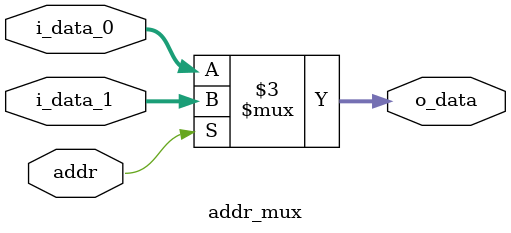
<source format=v>
`timescale 1ns/1ps

`define WIDTH 5


module addr_mux(addr, i_data_0, i_data_1, o_data);


input addr;
input [`WIDTH-1:0] i_data_0, i_data_1;

output reg [`WIDTH-1:0] o_data;

always @* begin
	if(addr) o_data = i_data_1;
	else o_data = i_data_0;
end
endmodule
</source>
